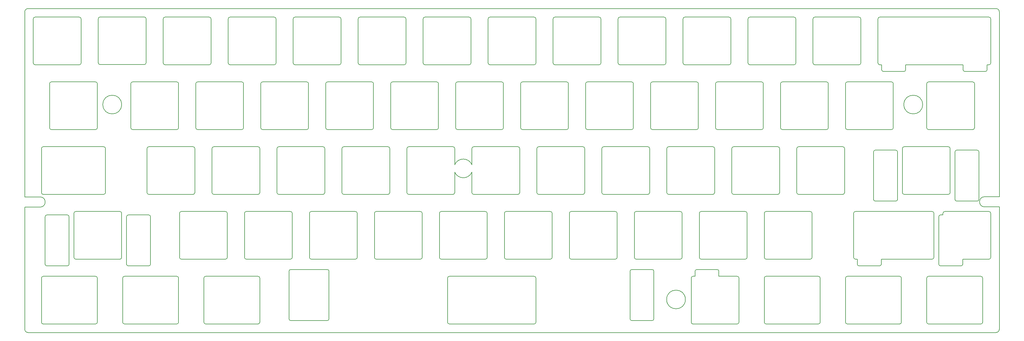
<source format=gbr>
G04 #@! TF.GenerationSoftware,KiCad,Pcbnew,(5.1.4)-1*
G04 #@! TF.CreationDate,2020-12-13T17:41:52-08:00*
G04 #@! TF.ProjectId,Flex60_Plate,466c6578-3630-45f5-906c-6174652e6b69,rev?*
G04 #@! TF.SameCoordinates,Original*
G04 #@! TF.FileFunction,Profile,NP*
%FSLAX46Y46*%
G04 Gerber Fmt 4.6, Leading zero omitted, Abs format (unit mm)*
G04 Created by KiCad (PCBNEW (5.1.4)-1) date 2020-12-13 17:41:52*
%MOMM*%
%LPD*%
G04 APERTURE LIST*
%ADD10C,0.200000*%
G04 APERTURE END LIST*
D10*
X294890000Y-105290000D02*
X11139999Y-105290000D01*
X10140000Y-104290000D02*
X10140000Y-68415000D01*
X11139999Y-105289999D02*
G75*
G02X10140000Y-104290000I0J999999D01*
G01*
X295890000Y-104290000D02*
G75*
G02X294890000Y-105290000I-1000000J0D01*
G01*
X295890000Y-68361250D02*
X295890000Y-104289999D01*
X291590001Y-68361250D02*
X295890000Y-68361250D01*
X291590001Y-68361250D02*
G75*
G02X291590001Y-65361250I0J1500000D01*
G01*
X295890000Y-65361250D02*
X291590001Y-65361250D01*
X295890000Y-11039999D02*
X295890000Y-65361250D01*
X294889999Y-10040000D02*
G75*
G02X295890000Y-11039999I1J-1000000D01*
G01*
X11140000Y-10040000D02*
X294890000Y-10040000D01*
X10140000Y-11040000D02*
G75*
G02X11140000Y-10040000I1000000J0D01*
G01*
X10140000Y-65415000D02*
X10140000Y-11040000D01*
X14640001Y-65415000D02*
X10140000Y-65415000D01*
X14640001Y-65415000D02*
G75*
G02X14640001Y-68415000I0J-1500000D01*
G01*
X10140000Y-68415000D02*
X14640001Y-68415000D01*
X108415000Y-12565000D02*
X121415000Y-12564999D01*
X107914999Y-13064999D02*
G75*
G02X108415000Y-12565000I500000J-1D01*
G01*
X107915000Y-26064999D02*
X107914999Y-13065000D01*
X108414999Y-26565000D02*
G75*
G02X107915000Y-26064999I1J500000D01*
G01*
X121415000Y-26565000D02*
X108415000Y-26565000D01*
X121915000Y-26065000D02*
G75*
G02X121415000Y-26565000I-500000J0D01*
G01*
X121915000Y-13065000D02*
X121915000Y-26064999D01*
X121415000Y-12565000D02*
G75*
G02X121915000Y-13065000I0J-500000D01*
G01*
X40009250Y-85215000D02*
X40009249Y-71215000D01*
X40509250Y-85714998D02*
G75*
G02X40009250Y-85215000I-1J499999D01*
G01*
X46509250Y-85715000D02*
X40509250Y-85714999D01*
X47009250Y-85215000D02*
G75*
G02X46509250Y-85715000I-500000J0D01*
G01*
X47009250Y-71215000D02*
X47009250Y-85215000D01*
X46509250Y-70715000D02*
G75*
G02X47009250Y-71215000I0J-500000D01*
G01*
X40509250Y-70715000D02*
X46509250Y-70715000D01*
X40009249Y-71214999D02*
G75*
G02X40509250Y-70715000I500000J-1D01*
G01*
X55527500Y-83215000D02*
X55527500Y-70215000D01*
X56027499Y-83714999D02*
G75*
G02X55527500Y-83215000I0J499999D01*
G01*
X69027500Y-83715000D02*
X56027500Y-83715000D01*
X69527500Y-83215000D02*
G75*
G02X69027500Y-83715000I-500000J0D01*
G01*
X69527500Y-70215000D02*
X69527500Y-83215000D01*
X69027500Y-69715000D02*
G75*
G02X69527500Y-70215000I0J-500000D01*
G01*
X56027500Y-69715000D02*
X69027500Y-69715000D01*
X55527500Y-70215000D02*
G75*
G02X56027500Y-69715000I500000J0D01*
G01*
X126965000Y-26064999D02*
X126964999Y-13065000D01*
X127464999Y-26565000D02*
G75*
G02X126965000Y-26064999I1J500000D01*
G01*
X140464999Y-26565000D02*
X127465000Y-26565000D01*
X140964999Y-26065000D02*
G75*
G02X140464999Y-26565000I-500000J0D01*
G01*
X140964999Y-13065000D02*
X140964999Y-26064999D01*
X140465000Y-12564999D02*
G75*
G02X140964999Y-13065000I-1J-500000D01*
G01*
X127465000Y-12565000D02*
X140464999Y-12564999D01*
X126964999Y-13064999D02*
G75*
G02X127465000Y-12565000I500000J-1D01*
G01*
X236502500Y-64165000D02*
X236502500Y-51165000D01*
X237002499Y-64664999D02*
G75*
G02X236502500Y-64165000I0J499999D01*
G01*
X250002500Y-64665000D02*
X237002500Y-64664999D01*
X250502501Y-64164999D02*
G75*
G02X250002500Y-64665000I-500001J0D01*
G01*
X250502500Y-51165000D02*
X250502500Y-64165000D01*
X250002501Y-50664999D02*
G75*
G02X250502500Y-51165000I-1J-500000D01*
G01*
X237002500Y-50665000D02*
X250002500Y-50665000D01*
X236502500Y-51165000D02*
G75*
G02X237002500Y-50665000I500000J0D01*
G01*
X282896750Y-66165000D02*
X282896750Y-52165000D01*
X283396749Y-66664999D02*
G75*
G02X282896750Y-66165000I0J499999D01*
G01*
X289396750Y-66665000D02*
X283396750Y-66665000D01*
X289896751Y-66164999D02*
G75*
G02X289396750Y-66665000I-500001J0D01*
G01*
X289896750Y-52165000D02*
X289896750Y-66165000D01*
X289396751Y-51664999D02*
G75*
G02X289896750Y-52165000I-1J-500000D01*
G01*
X283396750Y-51665000D02*
X289396750Y-51665000D01*
X282896750Y-52165000D02*
G75*
G02X283396750Y-51665000I500000J0D01*
G01*
X69815000Y-26064999D02*
X69815000Y-13065000D01*
X70314999Y-26565000D02*
G75*
G02X69815000Y-26064999I1J500000D01*
G01*
X83315000Y-26565000D02*
X70314999Y-26565000D01*
X83815001Y-26064999D02*
G75*
G02X83315000Y-26565000I-500001J0D01*
G01*
X83815000Y-13065000D02*
X83815000Y-26064999D01*
X83314999Y-12564999D02*
G75*
G02X83815000Y-13065000I0J-500001D01*
G01*
X70315000Y-12565000D02*
X83314999Y-12565000D01*
X69815001Y-13064999D02*
G75*
G02X70315000Y-12565000I499999J0D01*
G01*
X231740000Y-45115000D02*
X231740000Y-32115000D01*
X232240000Y-45615000D02*
G75*
G02X231740000Y-45115000I0J500000D01*
G01*
X245240000Y-45615000D02*
X232240000Y-45615000D01*
X245740001Y-45114999D02*
G75*
G02X245240000Y-45615000I-500001J0D01*
G01*
X245740000Y-32115000D02*
X245740000Y-45115000D01*
X245240001Y-31614999D02*
G75*
G02X245740000Y-32115000I-1J-500000D01*
G01*
X232240000Y-31615000D02*
X245240000Y-31614999D01*
X231740000Y-32115000D02*
G75*
G02X232240000Y-31615000I500000J0D01*
G01*
X274602499Y-45115000D02*
X274602499Y-32115000D01*
X275102499Y-45615000D02*
G75*
G02X274602499Y-45115000I0J500000D01*
G01*
X288102500Y-45615000D02*
X275102499Y-45615000D01*
X288602500Y-45114998D02*
G75*
G02X288102500Y-45615000I-500001J-1D01*
G01*
X288602500Y-32115000D02*
X288602500Y-45115000D01*
X288102500Y-31615000D02*
G75*
G02X288602500Y-32115000I0J-500000D01*
G01*
X275102499Y-31615000D02*
X288102500Y-31614999D01*
X274602499Y-32115000D02*
G75*
G02X275102499Y-31615000I500000J0D01*
G01*
X65052500Y-64165000D02*
X65052500Y-51165000D01*
X65552500Y-64665000D02*
G75*
G02X65052500Y-64165000I0J500000D01*
G01*
X78552500Y-64665000D02*
X65552500Y-64665000D01*
X79052500Y-64165000D02*
G75*
G02X78552500Y-64665000I-500000J0D01*
G01*
X79052500Y-51165000D02*
X79052500Y-64165000D01*
X78552501Y-50664999D02*
G75*
G02X79052500Y-51165000I-1J-500000D01*
G01*
X65552500Y-50665000D02*
X78552500Y-50665000D01*
X65052500Y-51165000D02*
G75*
G02X65552500Y-50665000I500000J0D01*
G01*
X212690000Y-45115000D02*
X212690000Y-32115000D01*
X213189999Y-45614999D02*
G75*
G02X212690000Y-45115000I0J499999D01*
G01*
X226190000Y-45615000D02*
X213190000Y-45615000D01*
X226690001Y-45114999D02*
G75*
G02X226190000Y-45615000I-500001J0D01*
G01*
X226690000Y-32115000D02*
X226690000Y-45115000D01*
X226190001Y-31614999D02*
G75*
G02X226690000Y-32115000I-1J-500000D01*
G01*
X213190000Y-31615000D02*
X226190000Y-31614999D01*
X212690000Y-32115000D02*
G75*
G02X213190000Y-31615000I500000J0D01*
G01*
X79340000Y-45115000D02*
X79340000Y-32115000D01*
X79839999Y-45614999D02*
G75*
G02X79340000Y-45115000I0J499999D01*
G01*
X92840000Y-45615000D02*
X79839999Y-45615000D01*
X93340000Y-45115000D02*
G75*
G02X92840000Y-45615000I-500000J0D01*
G01*
X93340000Y-32115000D02*
X93340000Y-45115000D01*
X92839999Y-31614999D02*
G75*
G02X93340000Y-32115000I0J-500001D01*
G01*
X79840000Y-31615000D02*
X92840000Y-31614999D01*
X79340001Y-32114999D02*
G75*
G02X79840000Y-31615000I499999J0D01*
G01*
X46002500Y-64165000D02*
X46002500Y-51165000D01*
X46502500Y-64665000D02*
G75*
G02X46002500Y-64165000I0J500000D01*
G01*
X59502500Y-64665000D02*
X46502500Y-64665000D01*
X60002500Y-64165000D02*
G75*
G02X59502500Y-64665000I-500000J0D01*
G01*
X60002500Y-51165000D02*
X60002500Y-64165000D01*
X59502500Y-50665000D02*
G75*
G02X60002500Y-51165000I0J-500000D01*
G01*
X46502500Y-50665000D02*
X59502500Y-50665000D01*
X46002501Y-51164999D02*
G75*
G02X46502500Y-50665000I499999J0D01*
G01*
X193640000Y-45115000D02*
X193640000Y-32115000D01*
X194139999Y-45614999D02*
G75*
G02X193640000Y-45115000I0J499999D01*
G01*
X207140000Y-45615000D02*
X194140000Y-45615000D01*
X207640001Y-45114999D02*
G75*
G02X207140000Y-45615000I-500001J0D01*
G01*
X207640000Y-32115000D02*
X207640000Y-45115000D01*
X207140001Y-31614999D02*
G75*
G02X207640000Y-32115000I-1J-500000D01*
G01*
X194140000Y-31615000D02*
X207140000Y-31614999D01*
X193640000Y-32115000D02*
G75*
G02X194140000Y-31615000I500000J0D01*
G01*
X136490000Y-45115000D02*
X136490000Y-32115000D01*
X136990001Y-45614999D02*
G75*
G02X136490000Y-45115000I-1J500000D01*
G01*
X149990000Y-45615000D02*
X136990000Y-45615000D01*
X150490000Y-45115000D02*
G75*
G02X149990000Y-45615000I-500000J0D01*
G01*
X150490000Y-32115000D02*
X150490000Y-45115000D01*
X149990001Y-31614999D02*
G75*
G02X150490000Y-32115000I-1J-500000D01*
G01*
X136990000Y-31615000D02*
X149990000Y-31614999D01*
X136490000Y-32115000D02*
G75*
G02X136990000Y-31615000I500000J0D01*
G01*
X155540000Y-45115000D02*
X155540000Y-32115000D01*
X156040001Y-45614999D02*
G75*
G02X155540000Y-45115000I-1J500000D01*
G01*
X169040000Y-45615000D02*
X156040000Y-45615000D01*
X169540000Y-45115000D02*
G75*
G02X169040000Y-45615000I-500000J0D01*
G01*
X169540000Y-32115000D02*
X169540000Y-45115000D01*
X169040001Y-31614999D02*
G75*
G02X169540000Y-32115000I-1J-500000D01*
G01*
X156040000Y-31615000D02*
X169040000Y-31614999D01*
X155540000Y-32115000D02*
G75*
G02X156040000Y-31615000I500000J0D01*
G01*
X174590000Y-45115000D02*
X174590000Y-32115000D01*
X175089999Y-45614999D02*
G75*
G02X174590000Y-45115000I0J499999D01*
G01*
X188090000Y-45615000D02*
X175090000Y-45615000D01*
X188590000Y-45114998D02*
G75*
G02X188090000Y-45615000I-500001J-1D01*
G01*
X188590000Y-32115000D02*
X188590000Y-45115000D01*
X188090001Y-31614999D02*
G75*
G02X188590000Y-32115000I-1J-500000D01*
G01*
X175090000Y-31615000D02*
X188090000Y-31614999D01*
X174590000Y-32115000D02*
G75*
G02X175090000Y-31615000I500000J0D01*
G01*
X117440000Y-45115000D02*
X117440000Y-32115000D01*
X117940000Y-45615000D02*
G75*
G02X117440000Y-45115000I0J500000D01*
G01*
X130940000Y-45615000D02*
X117940000Y-45615000D01*
X131439999Y-45114999D02*
G75*
G02X130940000Y-45615000I-500000J-1D01*
G01*
X131440000Y-32115000D02*
X131439999Y-45115000D01*
X130939999Y-31614999D02*
G75*
G02X131440000Y-32115000I0J-500001D01*
G01*
X117940000Y-31615000D02*
X130940000Y-31614999D01*
X117440001Y-32114999D02*
G75*
G02X117940000Y-31615000I499999J0D01*
G01*
X75077500Y-69715000D02*
X88077500Y-69715000D01*
X74577500Y-70214998D02*
G75*
G02X75077500Y-69715000I499999J-1D01*
G01*
X74577500Y-83215000D02*
X74577500Y-70215000D01*
X75077500Y-83715000D02*
G75*
G02X74577500Y-83215000I0J500000D01*
G01*
X88077500Y-83715000D02*
X75077499Y-83715000D01*
X88577500Y-83215000D02*
G75*
G02X88077500Y-83715000I-500000J0D01*
G01*
X88577500Y-70215000D02*
X88577500Y-83215000D01*
X88077500Y-69715000D02*
G75*
G02X88577500Y-70215000I0J-500000D01*
G01*
X188877500Y-70215000D02*
G75*
G02X189377500Y-69715000I500000J0D01*
G01*
X202377500Y-69715000D02*
X189377500Y-69715000D01*
X202377501Y-69714999D02*
G75*
G02X202877500Y-70215000I-1J-500000D01*
G01*
X202877500Y-83215000D02*
X202877500Y-70215000D01*
X202877500Y-83214998D02*
G75*
G02X202377500Y-83715000I-500001J-1D01*
G01*
X189377500Y-83715000D02*
X202377500Y-83715000D01*
X189377499Y-83714999D02*
G75*
G02X188877500Y-83215000I0J499999D01*
G01*
X188877500Y-70215000D02*
X188877500Y-83215000D01*
X93627499Y-70214999D02*
G75*
G02X94127500Y-69715000I500000J-1D01*
G01*
X107127500Y-69715000D02*
X94127500Y-69715000D01*
X107127501Y-69714999D02*
G75*
G02X107627500Y-70215000I-1J-500000D01*
G01*
X107627500Y-83215000D02*
X107627500Y-70215000D01*
X107627500Y-83215000D02*
G75*
G02X107127500Y-83715000I-500000J0D01*
G01*
X94127500Y-83715000D02*
X107127500Y-83715000D01*
X94127500Y-83715001D02*
G75*
G02X93627499Y-83215000I0J500001D01*
G01*
X93627499Y-70215000D02*
X93627499Y-83215000D01*
X131727499Y-70214999D02*
G75*
G02X132227500Y-69715000I500000J-1D01*
G01*
X145227500Y-69715000D02*
X132227500Y-69715000D01*
X145227500Y-69715000D02*
G75*
G02X145727500Y-70215000I0J-500000D01*
G01*
X145727500Y-83215000D02*
X145727500Y-70215000D01*
X145727500Y-83215000D02*
G75*
G02X145227500Y-83715000I-500000J0D01*
G01*
X132227500Y-83715000D02*
X145227500Y-83715000D01*
X132227500Y-83715000D02*
G75*
G02X131727500Y-83215000I0J500000D01*
G01*
X131727500Y-70215000D02*
X131727500Y-83215000D01*
X112677500Y-83215000D02*
X112677500Y-70215000D01*
X113177500Y-83715000D02*
G75*
G02X112677500Y-83215000I0J500000D01*
G01*
X126177500Y-83715000D02*
X113177500Y-83715000D01*
X126677500Y-83215000D02*
G75*
G02X126177500Y-83715000I-500000J0D01*
G01*
X126677500Y-70215000D02*
X126677500Y-83215000D01*
X126177499Y-69714999D02*
G75*
G02X126677500Y-70215000I0J-500001D01*
G01*
X113177500Y-69715000D02*
X126177499Y-69714999D01*
X112677499Y-70214999D02*
G75*
G02X113177500Y-69715000I500000J-1D01*
G01*
X150777501Y-70214999D02*
G75*
G02X151277500Y-69715000I499999J0D01*
G01*
X164277500Y-69715000D02*
X151277500Y-69715000D01*
X164277500Y-69715000D02*
G75*
G02X164777500Y-70215000I0J-500000D01*
G01*
X164777500Y-83215000D02*
X164777500Y-70215000D01*
X164777501Y-83214999D02*
G75*
G02X164277500Y-83715000I-500001J0D01*
G01*
X151277500Y-83715000D02*
X164277500Y-83715000D01*
X151277500Y-83715000D02*
G75*
G02X150777500Y-83215000I0J500000D01*
G01*
X150777500Y-70215000D02*
X150777500Y-83215000D01*
X169827500Y-83215000D02*
X169827500Y-70215000D01*
X170327500Y-83715000D02*
G75*
G02X169827500Y-83215000I0J500000D01*
G01*
X183327500Y-83715000D02*
X170327500Y-83715000D01*
X183827500Y-83214998D02*
G75*
G02X183327500Y-83715000I-500001J-1D01*
G01*
X183827500Y-70215000D02*
X183827500Y-83215000D01*
X183327501Y-69714999D02*
G75*
G02X183827500Y-70215000I-1J-500000D01*
G01*
X170327500Y-69715000D02*
X183327500Y-69715000D01*
X169827500Y-70215000D02*
G75*
G02X170327500Y-69715000I500000J0D01*
G01*
X207927500Y-70215000D02*
G75*
G02X208427500Y-69715000I500000J0D01*
G01*
X221427500Y-69715000D02*
X208427500Y-69715000D01*
X221427501Y-69714999D02*
G75*
G02X221927500Y-70215000I-1J-500000D01*
G01*
X221927500Y-83215000D02*
X221927500Y-70215000D01*
X221927501Y-83214999D02*
G75*
G02X221427500Y-83715000I-500001J0D01*
G01*
X208427500Y-83715000D02*
X221427500Y-83715000D01*
X208427499Y-83714999D02*
G75*
G02X207927500Y-83215000I0J499999D01*
G01*
X207927500Y-70215000D02*
X207927500Y-83215000D01*
X278134250Y-71215000D02*
G75*
G02X278634250Y-70715000I500000J0D01*
G01*
X279365000Y-70715000D02*
X278634250Y-70715000D01*
X279365000Y-70215000D02*
X279365000Y-70715000D01*
X279365000Y-70215000D02*
G75*
G02X279865000Y-69715000I500000J0D01*
G01*
X292865000Y-69715000D02*
X279865000Y-69715000D01*
X292865001Y-69714999D02*
G75*
G02X293365000Y-70215000I-1J-500000D01*
G01*
X293365000Y-83215000D02*
X293365000Y-70215000D01*
X293365001Y-83214999D02*
G75*
G02X292865000Y-83715000I-500001J0D01*
G01*
X285134250Y-83715000D02*
X292865000Y-83715000D01*
X285134250Y-85215000D02*
X285134250Y-83715000D01*
X285134251Y-85214999D02*
G75*
G02X284634250Y-85715000I-500001J0D01*
G01*
X278634250Y-85715000D02*
X284634250Y-85715000D01*
X278634250Y-85715000D02*
G75*
G02X278134250Y-85215000I0J500000D01*
G01*
X278134250Y-71215000D02*
X278134250Y-85215000D01*
X226977500Y-83215000D02*
X226977500Y-70215000D01*
X227477499Y-83714999D02*
G75*
G02X226977500Y-83215000I0J499999D01*
G01*
X240477500Y-83715000D02*
X227477500Y-83714999D01*
X240977501Y-83214999D02*
G75*
G02X240477500Y-83715000I-500001J0D01*
G01*
X240977500Y-70215000D02*
X240977500Y-83215000D01*
X240477501Y-69714999D02*
G75*
G02X240977500Y-70215000I-1J-500000D01*
G01*
X227477500Y-69715000D02*
X240477500Y-69715000D01*
X226977500Y-70215000D02*
G75*
G02X227477500Y-69715000I500000J0D01*
G01*
X194108750Y-101765000D02*
X188108750Y-101765000D01*
X194608751Y-101264999D02*
G75*
G02X194108750Y-101765000I-500001J0D01*
G01*
X194608750Y-87265000D02*
X194608750Y-101265000D01*
X194108751Y-86764999D02*
G75*
G02X194608750Y-87265000I-1J-500000D01*
G01*
X188108750Y-86765000D02*
X194108750Y-86765000D01*
X187608749Y-87264999D02*
G75*
G02X188108750Y-86765000I500000J-1D01*
G01*
X187608750Y-101265000D02*
X187608749Y-87265000D01*
X188108751Y-101764999D02*
G75*
G02X187608750Y-101265000I-1J500000D01*
G01*
X134608750Y-88765000D02*
X159515000Y-88764999D01*
X134108750Y-89264998D02*
G75*
G02X134608750Y-88765000I499999J-1D01*
G01*
X134108750Y-102265000D02*
X134108750Y-89265000D01*
X134608751Y-102764999D02*
G75*
G02X134108750Y-102265000I-1J500000D01*
G01*
X159515000Y-102765000D02*
X134608750Y-102765000D01*
X160015000Y-102265000D02*
G75*
G02X159515000Y-102765000I-500000J0D01*
G01*
X160015000Y-89265000D02*
X160015000Y-102265000D01*
X159515000Y-88765000D02*
G75*
G02X160015000Y-89265000I0J-500000D01*
G01*
X99365000Y-101265000D02*
G75*
G02X98865000Y-101765000I-500000J0D01*
G01*
X88108750Y-101765000D02*
X98865000Y-101765000D01*
X88108749Y-101764999D02*
G75*
G02X87608750Y-101265000I0J499999D01*
G01*
X87608750Y-87265000D02*
X87608750Y-101265000D01*
X87608750Y-87264998D02*
G75*
G02X88108750Y-86765000I499999J-1D01*
G01*
X98865000Y-86765000D02*
X88108750Y-86765000D01*
X98865000Y-86765000D02*
G75*
G02X99365000Y-87265000I0J-500000D01*
G01*
X99365000Y-101265000D02*
X99365000Y-87265000D01*
X39358750Y-88765000D02*
X54739999Y-88765000D01*
X38858749Y-89264999D02*
G75*
G02X39358750Y-88765000I500000J-1D01*
G01*
X38858750Y-102265000D02*
X38858749Y-89265000D01*
X39358749Y-102764999D02*
G75*
G02X38858750Y-102265000I0J499999D01*
G01*
X54740000Y-102765000D02*
X39358750Y-102765000D01*
X55240000Y-102265000D02*
G75*
G02X54740000Y-102765000I-500000J0D01*
G01*
X55239999Y-89265000D02*
X55240000Y-102265000D01*
X54739999Y-88765000D02*
G75*
G02X55239999Y-89265000I0J-500000D01*
G01*
X63171250Y-88765000D02*
X78552500Y-88765000D01*
X62671250Y-89265000D02*
G75*
G02X63171250Y-88765000I500000J0D01*
G01*
X62671250Y-102265000D02*
X62671250Y-89265000D01*
X63171250Y-102765000D02*
G75*
G02X62671250Y-102265000I0J500000D01*
G01*
X78552500Y-102765000D02*
X63171250Y-102765000D01*
X79052500Y-102264998D02*
G75*
G02X78552500Y-102765000I-500001J-1D01*
G01*
X79052500Y-89265000D02*
X79052500Y-102265000D01*
X78552500Y-88765000D02*
G75*
G02X79052500Y-89265000I0J-500000D01*
G01*
X15546249Y-88765000D02*
X30927500Y-88765000D01*
X15046250Y-89265001D02*
G75*
G02X15546249Y-88765000I500000J1D01*
G01*
X15046250Y-102265000D02*
X15046250Y-89265000D01*
X15546250Y-102765000D02*
G75*
G02X15046250Y-102265000I0J500000D01*
G01*
X30927500Y-102765000D02*
X15546249Y-102765000D01*
X31427499Y-102264999D02*
G75*
G02X30927500Y-102765000I-500000J-1D01*
G01*
X31427500Y-89265000D02*
X31427500Y-102265000D01*
X30927500Y-88765000D02*
G75*
G02X31427500Y-89265000I0J-500000D01*
G01*
X15546249Y-50665000D02*
X33308750Y-50665000D01*
X15046250Y-51165001D02*
G75*
G02X15546249Y-50665000I500000J1D01*
G01*
X15046250Y-64165000D02*
X15046250Y-51165000D01*
X15546249Y-64664999D02*
G75*
G02X15046250Y-64165000I0J499999D01*
G01*
X33308750Y-64665000D02*
X15546249Y-64665000D01*
X33808750Y-64165000D02*
G75*
G02X33308750Y-64665000I-500000J0D01*
G01*
X33808750Y-51165000D02*
X33808750Y-64165000D01*
X33308750Y-50665000D02*
G75*
G02X33808750Y-51165000I0J-500000D01*
G01*
X207165000Y-86765000D02*
X213165000Y-86765000D01*
X206665000Y-87264998D02*
G75*
G02X207165000Y-86765000I499999J-1D01*
G01*
X206665000Y-88765000D02*
X206664999Y-87265000D01*
X206046250Y-88765000D02*
X206665000Y-88765000D01*
X205546250Y-89265000D02*
G75*
G02X206046250Y-88765000I500000J0D01*
G01*
X205546250Y-102265000D02*
X205546250Y-89265000D01*
X206046250Y-102765000D02*
G75*
G02X205546250Y-102265000I0J500000D01*
G01*
X219046250Y-102765000D02*
X206046250Y-102765000D01*
X219546250Y-102265000D02*
G75*
G02X219046250Y-102765000I-500000J0D01*
G01*
X219546250Y-89265000D02*
X219546249Y-102265000D01*
X219046251Y-88764999D02*
G75*
G02X219546250Y-89265000I-1J-500000D01*
G01*
X213665000Y-88765000D02*
X219046250Y-88765000D01*
X213665000Y-87265000D02*
X213665000Y-88765000D01*
X213165001Y-86764999D02*
G75*
G02X213665000Y-87265000I-1J-500000D01*
G01*
X227477500Y-88765000D02*
X242858750Y-88765000D01*
X226977500Y-89265000D02*
G75*
G02X227477500Y-88765000I500000J0D01*
G01*
X226977500Y-102265000D02*
X226977500Y-89265000D01*
X227477500Y-102765000D02*
G75*
G02X226977500Y-102265000I0J500000D01*
G01*
X242858750Y-102765000D02*
X227477500Y-102765000D01*
X243358750Y-102265000D02*
G75*
G02X242858750Y-102765000I-500000J0D01*
G01*
X243358750Y-89265000D02*
X243358750Y-102265000D01*
X242858751Y-88764999D02*
G75*
G02X243358750Y-89265000I-1J-500000D01*
G01*
X250790000Y-89265000D02*
G75*
G02X251290000Y-88765000I500000J0D01*
G01*
X266671250Y-88765000D02*
X251290000Y-88765000D01*
X266671250Y-88765000D02*
G75*
G02X267171250Y-89265000I0J-500000D01*
G01*
X267171250Y-102265000D02*
X267171250Y-89265000D01*
X267171251Y-102264999D02*
G75*
G02X266671250Y-102765000I-500001J0D01*
G01*
X251290000Y-102765000D02*
X266671250Y-102765000D01*
X251290000Y-102765000D02*
G75*
G02X250790000Y-102265000I0J500000D01*
G01*
X250790000Y-89265000D02*
X250790000Y-102265000D01*
X260315000Y-13065000D02*
G75*
G02X260815000Y-12565000I500000J0D01*
G01*
X292865000Y-12564999D02*
X260815000Y-12565000D01*
X292865001Y-12564999D02*
G75*
G02X293365000Y-13065000I-1J-500000D01*
G01*
X293365000Y-26064999D02*
X293365000Y-13065000D01*
X293365001Y-26064999D02*
G75*
G02X292865000Y-26565000I-500001J0D01*
G01*
X292278000Y-26564999D02*
X292865000Y-26565000D01*
X292278000Y-28065000D02*
X292278000Y-26564999D01*
X292278001Y-28064999D02*
G75*
G02X291778000Y-28565000I-500001J0D01*
G01*
X285778000Y-28565000D02*
X291778000Y-28565000D01*
X285778001Y-28564999D02*
G75*
G02X285278000Y-28065000I-1J500000D01*
G01*
X285278000Y-26564999D02*
X285278000Y-28065000D01*
X268402000Y-26564999D02*
X285278000Y-26564999D01*
X268402000Y-28065000D02*
X268402000Y-26564999D01*
X268402001Y-28064999D02*
G75*
G02X267902000Y-28565000I-500001J0D01*
G01*
X261902000Y-28565000D02*
X267902000Y-28565000D01*
X261901999Y-28564999D02*
G75*
G02X261402000Y-28065000I0J499999D01*
G01*
X261402000Y-26564999D02*
X261402000Y-28065000D01*
X260815000Y-26564999D02*
X261402000Y-26564999D01*
X260814998Y-26564999D02*
G75*
G02X260315000Y-26064999I1J499999D01*
G01*
X260315000Y-13065000D02*
X260315000Y-26064999D01*
X250790000Y-45115000D02*
X250790000Y-32115000D01*
X251290000Y-45615000D02*
G75*
G02X250790000Y-45115000I0J500000D01*
G01*
X264290000Y-45615000D02*
X251290000Y-45615000D01*
X264790001Y-45114999D02*
G75*
G02X264290000Y-45615000I-500001J0D01*
G01*
X264790000Y-32115000D02*
X264790000Y-45115000D01*
X264290001Y-31614999D02*
G75*
G02X264790000Y-32115000I-1J-500000D01*
G01*
X251290000Y-31615000D02*
X264290000Y-31614999D01*
X250790000Y-32115000D02*
G75*
G02X251290000Y-31615000I500000J0D01*
G01*
X24571250Y-83215000D02*
X24571249Y-70215000D01*
X25071250Y-83715000D02*
G75*
G02X24571250Y-83215000I0J500000D01*
G01*
X38071250Y-83715000D02*
X25071249Y-83715000D01*
X38571250Y-83215000D02*
G75*
G02X38071250Y-83715000I-500000J0D01*
G01*
X38571250Y-70215000D02*
X38571250Y-83215000D01*
X38071250Y-69715000D02*
G75*
G02X38571250Y-70215000I0J-500000D01*
G01*
X25071250Y-69715000D02*
X38071250Y-69715000D01*
X24571249Y-70214999D02*
G75*
G02X25071250Y-69715000I500000J-1D01*
G01*
X275102499Y-88765000D02*
X290483750Y-88765000D01*
X274602499Y-89265000D02*
G75*
G02X275102499Y-88765000I500000J0D01*
G01*
X274602499Y-102265000D02*
X274602499Y-89265000D01*
X275102499Y-102765000D02*
G75*
G02X274602499Y-102265000I0J500000D01*
G01*
X290483750Y-102765000D02*
X275102499Y-102765000D01*
X290983750Y-102265000D02*
G75*
G02X290483750Y-102765000I-500000J0D01*
G01*
X290983750Y-89265000D02*
X290983750Y-102265000D01*
X290483751Y-88764999D02*
G75*
G02X290983750Y-89265000I-1J-500000D01*
G01*
X217452500Y-64165000D02*
X217452500Y-51165000D01*
X217952499Y-64664999D02*
G75*
G02X217452500Y-64165000I0J499999D01*
G01*
X230952500Y-64665000D02*
X217952500Y-64664999D01*
X231452501Y-64164999D02*
G75*
G02X230952500Y-64665000I-500001J0D01*
G01*
X231452500Y-51165000D02*
X231452500Y-64165000D01*
X230952501Y-50664999D02*
G75*
G02X231452500Y-51165000I-1J-500000D01*
G01*
X217952500Y-50665000D02*
X230952500Y-50665000D01*
X217452500Y-51165000D02*
G75*
G02X217952500Y-50665000I500000J0D01*
G01*
X184115000Y-26064999D02*
X184114999Y-13065000D01*
X184614999Y-26565000D02*
G75*
G02X184115000Y-26064999I1J500000D01*
G01*
X197615000Y-26565000D02*
X184615000Y-26565000D01*
X198115001Y-26064999D02*
G75*
G02X197615000Y-26565000I-500001J0D01*
G01*
X198115000Y-13065000D02*
X198115000Y-26064999D01*
X197615001Y-12564999D02*
G75*
G02X198115000Y-13065000I-1J-500000D01*
G01*
X184615000Y-12565000D02*
X197615000Y-12564999D01*
X184115000Y-13065000D02*
G75*
G02X184615000Y-12565000I500000J0D01*
G01*
X84602500Y-50665000D02*
X97602500Y-50664999D01*
X84102500Y-51165000D02*
G75*
G02X84602500Y-50665000I500000J0D01*
G01*
X84102500Y-64165000D02*
X84102500Y-51165000D01*
X84602500Y-64665000D02*
G75*
G02X84102500Y-64165000I0J500000D01*
G01*
X97602500Y-64665000D02*
X84602499Y-64665000D01*
X98102500Y-64165000D02*
G75*
G02X97602500Y-64665000I-500000J0D01*
G01*
X98102500Y-51165000D02*
X98102500Y-64165000D01*
X97602500Y-50665000D02*
G75*
G02X98102500Y-51165000I0J-500000D01*
G01*
X198402500Y-64165000D02*
X198402500Y-51165000D01*
X198902499Y-64664999D02*
G75*
G02X198402500Y-64165000I0J499999D01*
G01*
X211902500Y-64665000D02*
X198902500Y-64664999D01*
X212402501Y-64164999D02*
G75*
G02X211902500Y-64665000I-500001J0D01*
G01*
X212402500Y-51165000D02*
X212402500Y-64165000D01*
X211902501Y-50664999D02*
G75*
G02X212402500Y-51165000I-1J-500000D01*
G01*
X198902500Y-50665000D02*
X211902500Y-50665000D01*
X198402500Y-51165000D02*
G75*
G02X198902500Y-50665000I500000J0D01*
G01*
X203840001Y-95565000D02*
G75*
G03X203840001Y-95565000I-2750000J0D01*
G01*
X13165000Y-12565000D02*
X26164999Y-12564999D01*
X12665000Y-13065000D02*
G75*
G02X13165000Y-12565000I500000J0D01*
G01*
X12665000Y-26064999D02*
X12665000Y-13065000D01*
X13165000Y-26564999D02*
G75*
G02X12665000Y-26064999I0J500000D01*
G01*
X26164999Y-26565000D02*
X13164999Y-26565000D01*
X26665000Y-26064999D02*
G75*
G02X26164999Y-26565000I-500001J0D01*
G01*
X26665000Y-13065000D02*
X26665000Y-26064999D01*
X26164999Y-12564999D02*
G75*
G02X26665000Y-13065000I0J-500001D01*
G01*
X273390001Y-38264999D02*
G75*
G03X273390001Y-38264999I-2750000J0D01*
G01*
X38540002Y-38264999D02*
G75*
G03X38540002Y-38264999I-2750000J0D01*
G01*
X141252500Y-55950562D02*
X141252500Y-51165000D01*
X136202500Y-55950560D02*
G75*
G02X141252500Y-55950562I2525000J-1089439D01*
G01*
X136202500Y-51165000D02*
X136202500Y-55950562D01*
X135702499Y-50664999D02*
G75*
G02X136202500Y-51165000I0J-500001D01*
G01*
X122702500Y-50665000D02*
X135702500Y-50664999D01*
X122202500Y-51165000D02*
G75*
G02X122702500Y-50665000I500000J0D01*
G01*
X122202500Y-64165000D02*
X122202500Y-51165000D01*
X122702500Y-64665000D02*
G75*
G02X122202500Y-64165000I0J500000D01*
G01*
X135702500Y-64665000D02*
X122702500Y-64665000D01*
X136202500Y-64165000D02*
G75*
G02X135702500Y-64665000I-500000J0D01*
G01*
X136202500Y-58129437D02*
X136202500Y-64165000D01*
X141252500Y-58129439D02*
G75*
G02X136202500Y-58129437I-2525000J1089439D01*
G01*
X141252500Y-64165000D02*
X141252500Y-58129437D01*
X141752500Y-64665000D02*
G75*
G02X141252500Y-64165000I0J500000D01*
G01*
X154752500Y-64665000D02*
X141752500Y-64665000D01*
X155252500Y-64165000D02*
G75*
G02X154752500Y-64665000I-500000J0D01*
G01*
X155252500Y-51165000D02*
X155252500Y-64165000D01*
X154752499Y-50664999D02*
G75*
G02X155252500Y-51165000I0J-500001D01*
G01*
X141752500Y-50665000D02*
X154752500Y-50664999D01*
X141252500Y-51165000D02*
G75*
G02X141752500Y-50665000I500000J0D01*
G01*
X253171250Y-70215000D02*
G75*
G02X253671250Y-69715000I500000J0D01*
G01*
X276196249Y-69715000D02*
X253671250Y-69715000D01*
X276196251Y-69715000D02*
G75*
G02X276696249Y-70215000I-1J-499999D01*
G01*
X276696249Y-83215000D02*
X276696249Y-70215000D01*
X276696250Y-83214999D02*
G75*
G02X276196249Y-83715000I-500001J0D01*
G01*
X261258250Y-83715000D02*
X276196249Y-83715000D01*
X261258250Y-85215000D02*
X261258250Y-83715000D01*
X261258250Y-85214998D02*
G75*
G02X260758250Y-85715000I-500001J-1D01*
G01*
X254758250Y-85715000D02*
X260758250Y-85715000D01*
X254758249Y-85714999D02*
G75*
G02X254258250Y-85215000I0J499999D01*
G01*
X254258250Y-83715000D02*
X254258250Y-85215000D01*
X253671250Y-83715000D02*
X254258250Y-83715000D01*
X253671249Y-83714999D02*
G75*
G02X253171250Y-83215000I0J499999D01*
G01*
X253171250Y-70215000D02*
X253171250Y-83215000D01*
X41240000Y-45115000D02*
X41240000Y-32115000D01*
X41740000Y-45615000D02*
G75*
G02X41240000Y-45115000I0J500000D01*
G01*
X54740000Y-45615000D02*
X41740000Y-45615000D01*
X55239999Y-45114999D02*
G75*
G02X54740000Y-45615000I-500000J-1D01*
G01*
X55239999Y-32115000D02*
X55239999Y-45115000D01*
X54740000Y-31615001D02*
G75*
G02X55239999Y-32115000I0J-499999D01*
G01*
X41740000Y-31615000D02*
X54740000Y-31615000D01*
X41240000Y-32115000D02*
G75*
G02X41740000Y-31615000I500000J0D01*
G01*
X241765000Y-12565000D02*
X254765000Y-12564999D01*
X241265000Y-13065000D02*
G75*
G02X241765000Y-12565000I500000J0D01*
G01*
X241265000Y-26064999D02*
X241265000Y-13065000D01*
X241764998Y-26564999D02*
G75*
G02X241265000Y-26064999I1J499999D01*
G01*
X254765000Y-26565000D02*
X241765000Y-26564999D01*
X255265001Y-26064999D02*
G75*
G02X254765000Y-26565000I-500001J0D01*
G01*
X255265000Y-13065000D02*
X255265000Y-26064999D01*
X254765001Y-12564999D02*
G75*
G02X255265000Y-13065000I-1J-500000D01*
G01*
X17427500Y-45115000D02*
X17427500Y-32114999D01*
X17927500Y-45615000D02*
G75*
G02X17427500Y-45115000I0J500000D01*
G01*
X30927500Y-45615000D02*
X17927499Y-45615000D01*
X31427500Y-45115000D02*
G75*
G02X30927500Y-45615000I-500000J0D01*
G01*
X31427500Y-32115000D02*
X31427500Y-45115000D01*
X30927500Y-31615000D02*
G75*
G02X31427500Y-32115000I0J-500000D01*
G01*
X17927500Y-31615000D02*
X30927499Y-31615000D01*
X17427499Y-32114999D02*
G75*
G02X17927500Y-31615000I500000J-1D01*
G01*
X60290000Y-45115000D02*
X60290000Y-32115000D01*
X60790000Y-45615000D02*
G75*
G02X60290000Y-45115000I0J500000D01*
G01*
X73790000Y-45615000D02*
X60790000Y-45615000D01*
X74290000Y-45115000D02*
G75*
G02X73790000Y-45615000I-500000J0D01*
G01*
X74290000Y-32115000D02*
X74289999Y-45115000D01*
X73790001Y-31614999D02*
G75*
G02X74290000Y-32115000I-1J-500000D01*
G01*
X60790000Y-31615000D02*
X73790000Y-31614999D01*
X60290000Y-32115000D02*
G75*
G02X60790000Y-31615000I500000J0D01*
G01*
X98390000Y-45115000D02*
X98390000Y-32115000D01*
X98890000Y-45615000D02*
G75*
G02X98390000Y-45115000I0J500000D01*
G01*
X111890000Y-45615000D02*
X98890000Y-45615000D01*
X112390000Y-45115000D02*
G75*
G02X111890000Y-45615000I-500000J0D01*
G01*
X112390000Y-32115000D02*
X112390000Y-45115000D01*
X111890000Y-31615000D02*
G75*
G02X112390000Y-32115000I0J-500000D01*
G01*
X98890000Y-31615000D02*
X111890000Y-31614999D01*
X98390000Y-32114998D02*
G75*
G02X98890000Y-31615000I499999J-1D01*
G01*
X222215000Y-26064999D02*
X222215000Y-13065000D01*
X222714998Y-26564999D02*
G75*
G02X222215000Y-26064999I1J499999D01*
G01*
X235715000Y-26565000D02*
X222715000Y-26564999D01*
X236215001Y-26064999D02*
G75*
G02X235715000Y-26565000I-500001J0D01*
G01*
X236215000Y-13065000D02*
X236215000Y-26064999D01*
X235715001Y-12564999D02*
G75*
G02X236215000Y-13065000I-1J-500000D01*
G01*
X222715000Y-12565000D02*
X235715000Y-12564999D01*
X222215000Y-13065000D02*
G75*
G02X222715000Y-12565000I500000J0D01*
G01*
X160302500Y-64165000D02*
X160302500Y-51165000D01*
X160802500Y-64665000D02*
G75*
G02X160302500Y-64165000I0J500000D01*
G01*
X173802500Y-64665000D02*
X160802500Y-64665000D01*
X174302500Y-64164998D02*
G75*
G02X173802500Y-64665000I-500001J-1D01*
G01*
X174302500Y-51165000D02*
X174302499Y-64165000D01*
X173802501Y-50664999D02*
G75*
G02X174302500Y-51165000I-1J-500000D01*
G01*
X160802500Y-50665000D02*
X173802500Y-50665000D01*
X160302500Y-51165000D02*
G75*
G02X160802500Y-50665000I500000J0D01*
G01*
X203165000Y-26064999D02*
X203164999Y-13065000D01*
X203664999Y-26565000D02*
G75*
G02X203165000Y-26064999I1J500000D01*
G01*
X216665000Y-26565000D02*
X203665000Y-26565000D01*
X217165000Y-26064998D02*
G75*
G02X216665000Y-26565000I-500001J-1D01*
G01*
X217165000Y-13065000D02*
X217165000Y-26064999D01*
X216665001Y-12564999D02*
G75*
G02X217165000Y-13065000I-1J-500000D01*
G01*
X203665000Y-12565000D02*
X216665000Y-12564999D01*
X203165000Y-13065000D02*
G75*
G02X203665000Y-12565000I500000J0D01*
G01*
X179852500Y-50665000D02*
X192852500Y-50665000D01*
X179352500Y-51165000D02*
G75*
G02X179852500Y-50665000I500000J0D01*
G01*
X179352500Y-64165000D02*
X179352499Y-51165000D01*
X179852499Y-64664999D02*
G75*
G02X179352500Y-64165000I0J499999D01*
G01*
X192852500Y-64665000D02*
X179852500Y-64665000D01*
X193352500Y-64164998D02*
G75*
G02X192852500Y-64665000I-500001J-1D01*
G01*
X193352500Y-51165000D02*
X193352499Y-64165000D01*
X192852501Y-50664999D02*
G75*
G02X193352500Y-51165000I-1J-500000D01*
G01*
X31715000Y-26015000D02*
X31715000Y-13015000D01*
X32215000Y-26515000D02*
G75*
G02X31715000Y-26015000I0J500000D01*
G01*
X45215000Y-26515000D02*
X32214999Y-26515000D01*
X45715000Y-26015000D02*
G75*
G02X45215000Y-26515000I-500000J0D01*
G01*
X45715000Y-13015000D02*
X45715000Y-26015000D01*
X45215000Y-12515000D02*
G75*
G02X45715000Y-13015000I0J-500000D01*
G01*
X32215000Y-12515000D02*
X45215000Y-12515000D01*
X31715000Y-13015000D02*
G75*
G02X32215000Y-12515000I500000J0D01*
G01*
X165065000Y-26064999D02*
X165065000Y-13065000D01*
X165565000Y-26564999D02*
G75*
G02X165065000Y-26064999I0J500000D01*
G01*
X178565000Y-26565000D02*
X165565000Y-26565000D01*
X179065000Y-26064998D02*
G75*
G02X178565000Y-26565000I-500001J-1D01*
G01*
X179065000Y-13065000D02*
X179065000Y-26064999D01*
X178565001Y-12564999D02*
G75*
G02X179065000Y-13065000I-1J-500000D01*
G01*
X165565000Y-12565000D02*
X178565000Y-12564999D01*
X165065000Y-13065000D02*
G75*
G02X165565000Y-12565000I500000J0D01*
G01*
X50765000Y-26064999D02*
X50765000Y-13065000D01*
X51264999Y-26564998D02*
G75*
G02X50765000Y-26064999I0J499999D01*
G01*
X64265000Y-26565000D02*
X51265000Y-26564999D01*
X64765000Y-26065000D02*
G75*
G02X64265000Y-26565000I-500000J0D01*
G01*
X64765000Y-13065000D02*
X64765000Y-26064999D01*
X64265001Y-12564999D02*
G75*
G02X64765000Y-13065000I-1J-500000D01*
G01*
X51265000Y-12565000D02*
X64265000Y-12565000D01*
X50765000Y-13065000D02*
G75*
G02X51265000Y-12565000I500000J0D01*
G01*
X16133250Y-85215000D02*
X16133250Y-71215000D01*
X16633249Y-85714999D02*
G75*
G02X16133250Y-85215000I0J499999D01*
G01*
X22633250Y-85715000D02*
X16633250Y-85715000D01*
X23133250Y-85215000D02*
G75*
G02X22633250Y-85715000I-500000J0D01*
G01*
X23133250Y-71215000D02*
X23133250Y-85215000D01*
X22633250Y-70715000D02*
G75*
G02X23133250Y-71215000I0J-500000D01*
G01*
X16633250Y-70715000D02*
X22633249Y-70715000D01*
X16133250Y-71215000D02*
G75*
G02X16633250Y-70715000I500000J0D01*
G01*
X267458750Y-64165000D02*
X267458749Y-51165000D01*
X267958749Y-64664999D02*
G75*
G02X267458750Y-64165000I0J499999D01*
G01*
X280958750Y-64665000D02*
X267958750Y-64665000D01*
X281458750Y-64164998D02*
G75*
G02X280958750Y-64665000I-500001J-1D01*
G01*
X281458750Y-51165000D02*
X281458750Y-64165000D01*
X280958751Y-50664999D02*
G75*
G02X281458750Y-51165000I-1J-500000D01*
G01*
X267958750Y-50665000D02*
X280958750Y-50665000D01*
X267458750Y-51165000D02*
G75*
G02X267958750Y-50665000I500000J0D01*
G01*
X103152499Y-64165000D02*
X103152499Y-51165000D01*
X103652499Y-64665000D02*
G75*
G02X103152499Y-64165000I0J500000D01*
G01*
X116652500Y-64665000D02*
X103652500Y-64665000D01*
X117152501Y-64164999D02*
G75*
G02X116652500Y-64665000I-500001J0D01*
G01*
X117152500Y-51165000D02*
X117152500Y-64165000D01*
X116652500Y-50665000D02*
G75*
G02X117152500Y-51165000I0J-500000D01*
G01*
X103652500Y-50665000D02*
X116652500Y-50664999D01*
X103152499Y-51164999D02*
G75*
G02X103652500Y-50665000I500000J-1D01*
G01*
X88865000Y-26064999D02*
X88865000Y-13065000D01*
X89364999Y-26565000D02*
G75*
G02X88865000Y-26064999I1J500000D01*
G01*
X102365000Y-26565000D02*
X89365000Y-26565000D01*
X102865000Y-26065000D02*
G75*
G02X102365000Y-26565000I-500000J0D01*
G01*
X102865000Y-13065000D02*
X102865000Y-26064999D01*
X102365000Y-12565000D02*
G75*
G02X102865000Y-13065000I0J-500000D01*
G01*
X89365000Y-12565000D02*
X102365000Y-12564999D01*
X88865001Y-13064999D02*
G75*
G02X89365000Y-12565000I499999J0D01*
G01*
X146015000Y-26064999D02*
X146015000Y-13065000D01*
X146515000Y-26564999D02*
G75*
G02X146015000Y-26064999I0J500000D01*
G01*
X159515000Y-26565000D02*
X146515000Y-26565000D01*
X160015000Y-26065000D02*
G75*
G02X159515000Y-26565000I-500000J0D01*
G01*
X160015000Y-13065000D02*
X160015000Y-26064999D01*
X159515001Y-12564999D02*
G75*
G02X160015000Y-13065000I-1J-500000D01*
G01*
X146515000Y-12565000D02*
X159515000Y-12564999D01*
X146015000Y-13065000D02*
G75*
G02X146515000Y-12565000I500000J0D01*
G01*
X259020750Y-66165000D02*
X259020749Y-52165000D01*
X259520749Y-66664999D02*
G75*
G02X259020750Y-66165000I0J499999D01*
G01*
X265520750Y-66665000D02*
X259520750Y-66665000D01*
X266020751Y-66164999D02*
G75*
G02X265520750Y-66665000I-500001J0D01*
G01*
X266020750Y-52165000D02*
X266020750Y-66165000D01*
X265520751Y-51664999D02*
G75*
G02X266020750Y-52165000I-1J-500000D01*
G01*
X259520750Y-51665000D02*
X265520750Y-51665000D01*
X259020750Y-52165000D02*
G75*
G02X259520750Y-51665000I500000J0D01*
G01*
M02*

</source>
